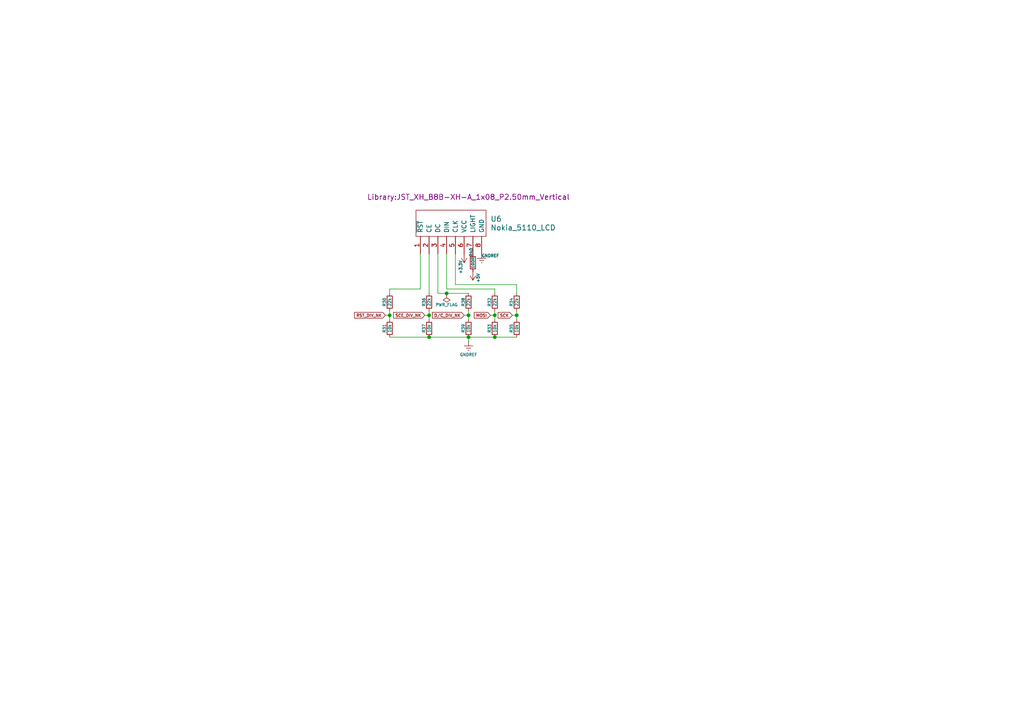
<source format=kicad_sch>
(kicad_sch
	(version 20250114)
	(generator "eeschema")
	(generator_version "9.0")
	(uuid "a89f2890-ffce-4e58-8550-da4e4c465c9b")
	(paper "A4")
	(lib_symbols
		(symbol "Library:+3.3V"
			(power)
			(pin_numbers
				(hide yes)
			)
			(pin_names
				(offset 0)
				(hide yes)
			)
			(exclude_from_sim no)
			(in_bom yes)
			(on_board yes)
			(property "Reference" "#PWR"
				(at 0 -3.81 0)
				(effects
					(font
						(size 1.27 1.27)
					)
					(hide yes)
				)
			)
			(property "Value" "+3.3V"
				(at 0 3.556 0)
				(effects
					(font
						(size 1.27 1.27)
					)
				)
			)
			(property "Footprint" ""
				(at 0 0 0)
				(effects
					(font
						(size 1.27 1.27)
					)
					(hide yes)
				)
			)
			(property "Datasheet" ""
				(at 0 0 0)
				(effects
					(font
						(size 1.27 1.27)
					)
					(hide yes)
				)
			)
			(property "Description" "Power symbol creates a global label with name \"+3.3V\""
				(at 0 0 0)
				(effects
					(font
						(size 1.27 1.27)
					)
					(hide yes)
				)
			)
			(property "ki_keywords" "global power"
				(at 0 0 0)
				(effects
					(font
						(size 1.27 1.27)
					)
					(hide yes)
				)
			)
			(symbol "+3.3V_0_1"
				(polyline
					(pts
						(xy -0.762 1.27) (xy 0 2.54)
					)
					(stroke
						(width 0)
						(type default)
					)
					(fill
						(type none)
					)
				)
				(polyline
					(pts
						(xy 0 2.54) (xy 0.762 1.27)
					)
					(stroke
						(width 0)
						(type default)
					)
					(fill
						(type none)
					)
				)
				(polyline
					(pts
						(xy 0 0) (xy 0 2.54)
					)
					(stroke
						(width 0)
						(type default)
					)
					(fill
						(type none)
					)
				)
			)
			(symbol "+3.3V_1_1"
				(pin power_in line
					(at 0 0 90)
					(length 0)
					(name "~"
						(effects
							(font
								(size 1.27 1.27)
							)
						)
					)
					(number "1"
						(effects
							(font
								(size 1.27 1.27)
							)
						)
					)
				)
			)
			(embedded_fonts no)
		)
		(symbol "Library:+5V"
			(power)
			(pin_numbers
				(hide yes)
			)
			(pin_names
				(offset 0)
				(hide yes)
			)
			(exclude_from_sim no)
			(in_bom yes)
			(on_board yes)
			(property "Reference" "#PWR"
				(at 0 -3.81 0)
				(effects
					(font
						(size 1.27 1.27)
					)
					(hide yes)
				)
			)
			(property "Value" "+5V"
				(at 0 3.556 0)
				(effects
					(font
						(size 1.27 1.27)
					)
				)
			)
			(property "Footprint" ""
				(at 0 0 0)
				(effects
					(font
						(size 1.27 1.27)
					)
					(hide yes)
				)
			)
			(property "Datasheet" ""
				(at 0 0 0)
				(effects
					(font
						(size 1.27 1.27)
					)
					(hide yes)
				)
			)
			(property "Description" "Power symbol creates a global label with name \"+5V\""
				(at 0 0 0)
				(effects
					(font
						(size 1.27 1.27)
					)
					(hide yes)
				)
			)
			(property "ki_keywords" "global power"
				(at 0 0 0)
				(effects
					(font
						(size 1.27 1.27)
					)
					(hide yes)
				)
			)
			(symbol "+5V_0_1"
				(polyline
					(pts
						(xy -0.762 1.27) (xy 0 2.54)
					)
					(stroke
						(width 0)
						(type default)
					)
					(fill
						(type none)
					)
				)
				(polyline
					(pts
						(xy 0 2.54) (xy 0.762 1.27)
					)
					(stroke
						(width 0)
						(type default)
					)
					(fill
						(type none)
					)
				)
				(polyline
					(pts
						(xy 0 0) (xy 0 2.54)
					)
					(stroke
						(width 0)
						(type default)
					)
					(fill
						(type none)
					)
				)
			)
			(symbol "+5V_1_1"
				(pin power_in line
					(at 0 0 90)
					(length 0)
					(name "~"
						(effects
							(font
								(size 1.27 1.27)
							)
						)
					)
					(number "1"
						(effects
							(font
								(size 1.27 1.27)
							)
						)
					)
				)
			)
			(embedded_fonts no)
		)
		(symbol "Library:GNDREF"
			(power)
			(pin_numbers
				(hide yes)
			)
			(pin_names
				(offset 0)
				(hide yes)
			)
			(exclude_from_sim no)
			(in_bom yes)
			(on_board yes)
			(property "Reference" "#PWR"
				(at 0 -6.35 0)
				(effects
					(font
						(size 1.27 1.27)
					)
					(hide yes)
				)
			)
			(property "Value" "GNDREF"
				(at 0 -3.81 0)
				(effects
					(font
						(size 1.27 1.27)
					)
				)
			)
			(property "Footprint" ""
				(at 0 0 0)
				(effects
					(font
						(size 1.27 1.27)
					)
					(hide yes)
				)
			)
			(property "Datasheet" ""
				(at 0 0 0)
				(effects
					(font
						(size 1.27 1.27)
					)
					(hide yes)
				)
			)
			(property "Description" "Power symbol creates a global label with name \"GNDREF\" , reference supply ground"
				(at 0 0 0)
				(effects
					(font
						(size 1.27 1.27)
					)
					(hide yes)
				)
			)
			(property "ki_keywords" "global power"
				(at 0 0 0)
				(effects
					(font
						(size 1.27 1.27)
					)
					(hide yes)
				)
			)
			(symbol "GNDREF_0_1"
				(polyline
					(pts
						(xy -0.635 -1.905) (xy 0.635 -1.905)
					)
					(stroke
						(width 0)
						(type default)
					)
					(fill
						(type none)
					)
				)
				(polyline
					(pts
						(xy -0.127 -2.54) (xy 0.127 -2.54)
					)
					(stroke
						(width 0)
						(type default)
					)
					(fill
						(type none)
					)
				)
				(polyline
					(pts
						(xy 0 -1.27) (xy 0 0)
					)
					(stroke
						(width 0)
						(type default)
					)
					(fill
						(type none)
					)
				)
				(polyline
					(pts
						(xy 1.27 -1.27) (xy -1.27 -1.27)
					)
					(stroke
						(width 0)
						(type default)
					)
					(fill
						(type none)
					)
				)
			)
			(symbol "GNDREF_1_1"
				(pin power_in line
					(at 0 0 270)
					(length 0)
					(name "~"
						(effects
							(font
								(size 1.27 1.27)
							)
						)
					)
					(number "1"
						(effects
							(font
								(size 1.27 1.27)
							)
						)
					)
				)
			)
			(embedded_fonts no)
		)
		(symbol "Library:Nokia_5110_LCD"
			(pin_names
				(offset 1.016)
			)
			(exclude_from_sim no)
			(in_bom yes)
			(on_board yes)
			(property "Reference" "U"
				(at -14.732 -2.54 0)
				(effects
					(font
						(size 1.524 1.524)
					)
				)
			)
			(property "Value" "Nokia_5110_LCD"
				(at -2.54 -2.286 0)
				(effects
					(font
						(size 1.524 1.524)
					)
				)
			)
			(property "Footprint" ""
				(at 0 0 0)
				(effects
					(font
						(size 1.524 1.524)
					)
				)
			)
			(property "Datasheet" ""
				(at 0 0 0)
				(effects
					(font
						(size 1.524 1.524)
					)
				)
			)
			(property "Description" ""
				(at 0 0 0)
				(effects
					(font
						(size 1.27 1.27)
					)
					(hide yes)
				)
			)
			(symbol "Nokia_5110_LCD_0_1"
				(rectangle
					(start -15.24 -3.81)
					(end 5.08 -11.43)
					(stroke
						(width 0)
						(type solid)
					)
					(fill
						(type none)
					)
				)
			)
			(symbol "Nokia_5110_LCD_1_1"
				(pin passive line
					(at -13.97 -16.51 90)
					(length 5.08)
					(name "~{RST}"
						(effects
							(font
								(size 1.27 1.27)
							)
						)
					)
					(number "1"
						(effects
							(font
								(size 1.27 1.27)
							)
						)
					)
				)
				(pin passive line
					(at -11.43 -16.51 90)
					(length 5.08)
					(name "CE"
						(effects
							(font
								(size 1.27 1.27)
							)
						)
					)
					(number "2"
						(effects
							(font
								(size 1.27 1.27)
							)
						)
					)
				)
				(pin power_in line
					(at -8.89 -16.51 90)
					(length 5.08)
					(name "DC"
						(effects
							(font
								(size 1.27 1.27)
							)
						)
					)
					(number "3"
						(effects
							(font
								(size 1.27 1.27)
							)
						)
					)
				)
				(pin passive line
					(at -6.35 -16.51 90)
					(length 5.08)
					(name "DIN"
						(effects
							(font
								(size 1.27 1.27)
							)
						)
					)
					(number "4"
						(effects
							(font
								(size 1.27 1.27)
							)
						)
					)
				)
				(pin passive line
					(at -3.81 -16.51 90)
					(length 5.08)
					(name "CLK"
						(effects
							(font
								(size 1.27 1.27)
							)
						)
					)
					(number "5"
						(effects
							(font
								(size 1.27 1.27)
							)
						)
					)
				)
				(pin passive line
					(at -1.27 -16.51 90)
					(length 5.08)
					(name "VCC"
						(effects
							(font
								(size 1.27 1.27)
							)
						)
					)
					(number "6"
						(effects
							(font
								(size 1.27 1.27)
							)
						)
					)
				)
				(pin passive line
					(at 1.27 -16.51 90)
					(length 5.08)
					(name "LIGHT"
						(effects
							(font
								(size 1.27 1.27)
							)
						)
					)
					(number "7"
						(effects
							(font
								(size 1.27 1.27)
							)
						)
					)
				)
				(pin power_in line
					(at 3.81 -16.51 90)
					(length 5.08)
					(name "GND"
						(effects
							(font
								(size 1.27 1.27)
							)
						)
					)
					(number "8"
						(effects
							(font
								(size 1.27 1.27)
							)
						)
					)
				)
			)
			(embedded_fonts no)
		)
		(symbol "Library:PWR_FLAG"
			(power)
			(pin_numbers
				(hide yes)
			)
			(pin_names
				(offset 0)
				(hide yes)
			)
			(exclude_from_sim no)
			(in_bom yes)
			(on_board yes)
			(property "Reference" "#FLG"
				(at 0 1.905 0)
				(effects
					(font
						(size 1.27 1.27)
					)
					(hide yes)
				)
			)
			(property "Value" "PWR_FLAG"
				(at 0 3.81 0)
				(effects
					(font
						(size 1.27 1.27)
					)
				)
			)
			(property "Footprint" ""
				(at 0 0 0)
				(effects
					(font
						(size 1.27 1.27)
					)
					(hide yes)
				)
			)
			(property "Datasheet" "~"
				(at 0 0 0)
				(effects
					(font
						(size 1.27 1.27)
					)
					(hide yes)
				)
			)
			(property "Description" "Special symbol for telling ERC where power comes from"
				(at 0 0 0)
				(effects
					(font
						(size 1.27 1.27)
					)
					(hide yes)
				)
			)
			(property "ki_keywords" "flag power"
				(at 0 0 0)
				(effects
					(font
						(size 1.27 1.27)
					)
					(hide yes)
				)
			)
			(symbol "PWR_FLAG_0_0"
				(pin power_out line
					(at 0 0 90)
					(length 0)
					(name "~"
						(effects
							(font
								(size 1.27 1.27)
							)
						)
					)
					(number "1"
						(effects
							(font
								(size 1.27 1.27)
							)
						)
					)
				)
			)
			(symbol "PWR_FLAG_0_1"
				(polyline
					(pts
						(xy 0 0) (xy 0 1.27) (xy -1.016 1.905) (xy 0 2.54) (xy 1.016 1.905) (xy 0 1.27)
					)
					(stroke
						(width 0)
						(type default)
					)
					(fill
						(type none)
					)
				)
			)
			(embedded_fonts no)
		)
		(symbol "Library:R_Small"
			(pin_numbers
				(hide yes)
			)
			(pin_names
				(offset 0.254)
				(hide yes)
			)
			(exclude_from_sim no)
			(in_bom yes)
			(on_board yes)
			(property "Reference" "R"
				(at 0 0 90)
				(effects
					(font
						(size 1.016 1.016)
					)
				)
			)
			(property "Value" "R_Small"
				(at 1.778 0 90)
				(effects
					(font
						(size 1.27 1.27)
					)
				)
			)
			(property "Footprint" ""
				(at 0 0 0)
				(effects
					(font
						(size 1.27 1.27)
					)
					(hide yes)
				)
			)
			(property "Datasheet" "~"
				(at 0 0 0)
				(effects
					(font
						(size 1.27 1.27)
					)
					(hide yes)
				)
			)
			(property "Description" "Resistor, small symbol"
				(at 0 0 0)
				(effects
					(font
						(size 1.27 1.27)
					)
					(hide yes)
				)
			)
			(property "ki_keywords" "R resistor"
				(at 0 0 0)
				(effects
					(font
						(size 1.27 1.27)
					)
					(hide yes)
				)
			)
			(property "ki_fp_filters" "R_*"
				(at 0 0 0)
				(effects
					(font
						(size 1.27 1.27)
					)
					(hide yes)
				)
			)
			(symbol "R_Small_0_1"
				(rectangle
					(start -0.762 1.778)
					(end 0.762 -1.778)
					(stroke
						(width 0.2032)
						(type default)
					)
					(fill
						(type none)
					)
				)
			)
			(symbol "R_Small_1_1"
				(pin passive line
					(at 0 2.54 270)
					(length 0.762)
					(name "~"
						(effects
							(font
								(size 1.27 1.27)
							)
						)
					)
					(number "1"
						(effects
							(font
								(size 1.27 1.27)
							)
						)
					)
				)
				(pin passive line
					(at 0 -2.54 90)
					(length 0.762)
					(name "~"
						(effects
							(font
								(size 1.27 1.27)
							)
						)
					)
					(number "2"
						(effects
							(font
								(size 1.27 1.27)
							)
						)
					)
				)
			)
			(embedded_fonts no)
		)
	)
	(junction
		(at 124.46 97.79)
		(diameter 0)
		(color 0 0 0 0)
		(uuid "03a6af16-e3ac-4ef2-b77b-64c289757182")
	)
	(junction
		(at 143.51 97.79)
		(diameter 0)
		(color 0 0 0 0)
		(uuid "1537215b-dfb7-4237-b13d-261d98f8e98b")
	)
	(junction
		(at 124.46 91.44)
		(diameter 0)
		(color 0 0 0 0)
		(uuid "35634a02-85c1-4fb4-a6e7-69cd76b42c89")
	)
	(junction
		(at 135.89 97.79)
		(diameter 0)
		(color 0 0 0 0)
		(uuid "54bf70d9-ee58-48d7-8baf-61a67f7ddeac")
	)
	(junction
		(at 129.54 85.09)
		(diameter 0)
		(color 0 0 0 0)
		(uuid "81d705db-8ada-42b6-b047-892a996ed2db")
	)
	(junction
		(at 143.51 91.44)
		(diameter 0)
		(color 0 0 0 0)
		(uuid "a2268ee7-ae39-4445-b895-382f7e8a5348")
	)
	(junction
		(at 113.03 91.44)
		(diameter 0)
		(color 0 0 0 0)
		(uuid "ded7f7ed-7a19-4786-8b8c-2c16e3a95bfc")
	)
	(junction
		(at 135.89 91.44)
		(diameter 0)
		(color 0 0 0 0)
		(uuid "e097ebb6-0817-42f5-973a-e94da7cc4532")
	)
	(junction
		(at 149.86 91.44)
		(diameter 0)
		(color 0 0 0 0)
		(uuid "e6dd60b9-d1d2-4ebc-8b2c-8f7dae26f5b5")
	)
	(wire
		(pts
			(xy 149.86 90.17) (xy 149.86 91.44)
		)
		(stroke
			(width 0)
			(type default)
		)
		(uuid "077293bb-b408-4abf-9d8a-01902395e641")
	)
	(wire
		(pts
			(xy 113.03 83.82) (xy 113.03 85.09)
		)
		(stroke
			(width 0)
			(type default)
		)
		(uuid "094e8e86-4b76-4743-940d-ca9e6aed15ca")
	)
	(wire
		(pts
			(xy 143.51 85.09) (xy 143.51 83.82)
		)
		(stroke
			(width 0)
			(type default)
		)
		(uuid "0deb1220-0844-47c9-ab5d-dedb013df865")
	)
	(wire
		(pts
			(xy 124.46 97.79) (xy 135.89 97.79)
		)
		(stroke
			(width 0)
			(type default)
		)
		(uuid "1d8415ea-cfb6-4761-8944-929c055cf7fc")
	)
	(wire
		(pts
			(xy 129.54 83.82) (xy 129.54 73.66)
		)
		(stroke
			(width 0)
			(type default)
		)
		(uuid "1efcf8eb-e913-43da-85ce-c0ac6b44a619")
	)
	(wire
		(pts
			(xy 124.46 91.44) (xy 124.46 92.71)
		)
		(stroke
			(width 0)
			(type default)
		)
		(uuid "25f5104b-7087-4302-8ca7-1d65ac6e2129")
	)
	(wire
		(pts
			(xy 124.46 73.66) (xy 124.46 85.09)
		)
		(stroke
			(width 0)
			(type default)
		)
		(uuid "2afabf69-0694-4797-965f-d079ca06bcb5")
	)
	(wire
		(pts
			(xy 142.24 91.44) (xy 143.51 91.44)
		)
		(stroke
			(width 0)
			(type default)
		)
		(uuid "36143dce-4c68-4dd6-909d-4dadb496273b")
	)
	(wire
		(pts
			(xy 113.03 90.17) (xy 113.03 91.44)
		)
		(stroke
			(width 0)
			(type default)
		)
		(uuid "3c26f514-f407-475b-ad74-2aaf5726ab00")
	)
	(wire
		(pts
			(xy 113.03 91.44) (xy 113.03 92.71)
		)
		(stroke
			(width 0)
			(type default)
		)
		(uuid "437c3f27-4eb3-45b6-abea-191b58b8a749")
	)
	(wire
		(pts
			(xy 135.89 97.79) (xy 143.51 97.79)
		)
		(stroke
			(width 0)
			(type default)
		)
		(uuid "49ffd844-db62-4ab5-8f62-4018034ae8a3")
	)
	(wire
		(pts
			(xy 121.92 83.82) (xy 121.92 73.66)
		)
		(stroke
			(width 0)
			(type default)
		)
		(uuid "4f328ff9-cc59-491e-b6db-fee4dd2e5d2e")
	)
	(wire
		(pts
			(xy 113.03 83.82) (xy 121.92 83.82)
		)
		(stroke
			(width 0)
			(type default)
		)
		(uuid "52ad9721-9f4c-417d-a84c-da1404cda93d")
	)
	(wire
		(pts
			(xy 143.51 90.17) (xy 143.51 91.44)
		)
		(stroke
			(width 0)
			(type default)
		)
		(uuid "66c6b011-3051-4b83-b524-eec3a1a09183")
	)
	(wire
		(pts
			(xy 149.86 91.44) (xy 149.86 92.71)
		)
		(stroke
			(width 0)
			(type default)
		)
		(uuid "70251b3f-b0f4-4f63-a896-ce6ec8e30d3a")
	)
	(wire
		(pts
			(xy 123.19 91.44) (xy 124.46 91.44)
		)
		(stroke
			(width 0)
			(type default)
		)
		(uuid "713c7460-91a7-446f-87a5-a19b106505aa")
	)
	(wire
		(pts
			(xy 143.51 91.44) (xy 143.51 92.71)
		)
		(stroke
			(width 0)
			(type default)
		)
		(uuid "7293b0a1-6819-4438-a78b-c01a60a64995")
	)
	(wire
		(pts
			(xy 135.89 99.06) (xy 135.89 97.79)
		)
		(stroke
			(width 0)
			(type default)
		)
		(uuid "75cf7fae-6397-48ba-b279-ac1f7cd2e3ab")
	)
	(wire
		(pts
			(xy 148.59 91.44) (xy 149.86 91.44)
		)
		(stroke
			(width 0)
			(type default)
		)
		(uuid "80cf5a6b-550c-424c-ae8f-9f6428a679e7")
	)
	(wire
		(pts
			(xy 149.86 85.09) (xy 149.86 82.55)
		)
		(stroke
			(width 0)
			(type default)
		)
		(uuid "8d410d97-641f-4e13-9d68-6801974e05ef")
	)
	(wire
		(pts
			(xy 113.03 97.79) (xy 124.46 97.79)
		)
		(stroke
			(width 0)
			(type default)
		)
		(uuid "958ad74f-ee03-46f5-8d5a-fdbf3cf1314e")
	)
	(wire
		(pts
			(xy 134.62 91.44) (xy 135.89 91.44)
		)
		(stroke
			(width 0)
			(type default)
		)
		(uuid "a04568fd-d0f6-4afe-bd69-9f6bc51e4ec0")
	)
	(wire
		(pts
			(xy 135.89 91.44) (xy 135.89 92.71)
		)
		(stroke
			(width 0)
			(type default)
		)
		(uuid "a34b0965-c919-48a8-ba01-9279cd726eb8")
	)
	(wire
		(pts
			(xy 124.46 90.17) (xy 124.46 91.44)
		)
		(stroke
			(width 0)
			(type default)
		)
		(uuid "aa79c3f3-2c1e-42d0-9a25-5fc2d8007120")
	)
	(wire
		(pts
			(xy 135.89 90.17) (xy 135.89 91.44)
		)
		(stroke
			(width 0)
			(type default)
		)
		(uuid "af989cce-f728-47a1-816d-c525fc22d959")
	)
	(wire
		(pts
			(xy 111.76 91.44) (xy 113.03 91.44)
		)
		(stroke
			(width 0)
			(type default)
		)
		(uuid "cc28f21d-7e73-47d6-9dfa-415937c76fe8")
	)
	(wire
		(pts
			(xy 135.89 85.09) (xy 129.54 85.09)
		)
		(stroke
			(width 0)
			(type default)
		)
		(uuid "d2fc2dc0-13a1-42aa-91fd-98b0616c7e6d")
	)
	(wire
		(pts
			(xy 143.51 97.79) (xy 149.86 97.79)
		)
		(stroke
			(width 0)
			(type default)
		)
		(uuid "d9f4b100-3d8f-4f71-9992-aaab959f6109")
	)
	(wire
		(pts
			(xy 129.54 85.09) (xy 127 85.09)
		)
		(stroke
			(width 0)
			(type default)
		)
		(uuid "e8923e3e-4740-4c0a-a55e-cc0cf25055ea")
	)
	(wire
		(pts
			(xy 132.08 82.55) (xy 132.08 73.66)
		)
		(stroke
			(width 0)
			(type default)
		)
		(uuid "eb476e10-9016-4710-be92-43a650efa92f")
	)
	(wire
		(pts
			(xy 127 85.09) (xy 127 73.66)
		)
		(stroke
			(width 0)
			(type default)
		)
		(uuid "ede5de8b-c948-4c0a-bfeb-8d84c4284dd1")
	)
	(wire
		(pts
			(xy 143.51 83.82) (xy 129.54 83.82)
		)
		(stroke
			(width 0)
			(type default)
		)
		(uuid "f5599ab7-97e8-4309-9c88-1d811662692d")
	)
	(wire
		(pts
			(xy 149.86 82.55) (xy 132.08 82.55)
		)
		(stroke
			(width 0)
			(type default)
		)
		(uuid "f8eec7c0-f4a9-4dee-b171-703e09c44424")
	)
	(global_label "RST_DIV_NK"
		(shape input)
		(at 111.76 91.44 180)
		(fields_autoplaced yes)
		(effects
			(font
				(size 0.85 0.85)
			)
			(justify right)
		)
		(uuid "06a8284a-680a-4d5b-a7ce-f1c2b61b5ee3")
		(property "Intersheetrefs" "${INTERSHEET_REFS}"
			(at 102.4356 91.44 0)
			(effects
				(font
					(size 1.27 1.27)
				)
				(justify right)
				(hide yes)
			)
		)
	)
	(global_label "MOSI"
		(shape input)
		(at 142.24 91.44 180)
		(fields_autoplaced yes)
		(effects
			(font
				(size 0.85 0.85)
			)
			(justify right)
		)
		(uuid "c37e21ef-f455-46ff-b99d-8706cc9d9beb")
		(property "Intersheetrefs" "${INTERSHEET_REFS}"
			(at 137.1656 91.44 0)
			(effects
				(font
					(size 1.27 1.27)
				)
				(justify right)
				(hide yes)
			)
		)
	)
	(global_label "D{slash}C_DIV_NK"
		(shape input)
		(at 134.62 91.44 180)
		(fields_autoplaced yes)
		(effects
			(font
				(size 0.85 0.85)
			)
			(justify right)
		)
		(uuid "c7b46bcb-a922-4cd2-80cd-85e8ab20cc88")
		(property "Intersheetrefs" "${INTERSHEET_REFS}"
			(at 125.0122 91.44 0)
			(effects
				(font
					(size 1.27 1.27)
				)
				(justify right)
				(hide yes)
			)
		)
	)
	(global_label "SCK"
		(shape input)
		(at 148.59 91.44 180)
		(fields_autoplaced yes)
		(effects
			(font
				(size 0.85 0.85)
			)
			(justify right)
		)
		(uuid "ce2f5ce6-f6d0-47b0-afe3-45374750aea5")
		(property "Intersheetrefs" "${INTERSHEET_REFS}"
			(at 144.0823 91.44 0)
			(effects
				(font
					(size 1.27 1.27)
				)
				(justify right)
				(hide yes)
			)
		)
	)
	(global_label "SCE_DIV_NK"
		(shape input)
		(at 123.19 91.44 180)
		(fields_autoplaced yes)
		(effects
			(font
				(size 0.85 0.85)
			)
			(justify right)
		)
		(uuid "fc378bf5-56bd-4af8-ad40-1406ce0239de")
		(property "Intersheetrefs" "${INTERSHEET_REFS}"
			(at 113.7442 91.44 0)
			(effects
				(font
					(size 1.27 1.27)
				)
				(justify right)
				(hide yes)
			)
		)
	)
	(symbol
		(lib_id "Library:R_Small")
		(at 143.51 95.25 0)
		(unit 1)
		(exclude_from_sim no)
		(in_bom yes)
		(on_board yes)
		(dnp no)
		(uuid "049faba7-ade5-4ba4-a3be-e435e093f214")
		(property "Reference" "R33"
			(at 141.986 95.25 90)
			(effects
				(font
					(size 0.85 0.85)
				)
			)
		)
		(property "Value" "10k"
			(at 143.51 95.25 90)
			(effects
				(font
					(size 0.85 0.85)
				)
			)
		)
		(property "Footprint" "Library:R_0805_2012Metric"
			(at 143.51 95.25 0)
			(effects
				(font
					(size 0.85 0.85)
				)
				(hide yes)
			)
		)
		(property "Datasheet" "~"
			(at 143.51 95.25 0)
			(effects
				(font
					(size 0.85 0.85)
				)
				(hide yes)
			)
		)
		(property "Description" "Resistor, small symbol"
			(at 143.51 95.25 0)
			(effects
				(font
					(size 0.85 0.85)
				)
				(hide yes)
			)
		)
		(pin "1"
			(uuid "dd46c696-c659-4907-8271-e7ec461de229")
		)
		(pin "2"
			(uuid "8e56a4e2-b267-4dc0-a0b4-8dcae12471fd")
		)
		(instances
			(project "MoistureDatalogger"
				(path "/2465b45a-61bf-4bb8-9f23-f35ab1c53bad/8cf3207f-b615-40a7-a7bf-1ce47fdef8ef"
					(reference "R33")
					(unit 1)
				)
			)
		)
	)
	(symbol
		(lib_id "Library:R_Small")
		(at 149.86 87.63 0)
		(unit 1)
		(exclude_from_sim no)
		(in_bom yes)
		(on_board yes)
		(dnp no)
		(uuid "0c4b8860-fdb5-45b6-8503-aa54de444466")
		(property "Reference" "R34"
			(at 148.336 87.63 90)
			(effects
				(font
					(size 0.85 0.85)
				)
			)
		)
		(property "Value" "22k"
			(at 149.86 87.63 90)
			(effects
				(font
					(size 0.85 0.85)
				)
			)
		)
		(property "Footprint" "Library:R_0805_2012Metric"
			(at 149.86 87.63 0)
			(effects
				(font
					(size 0.85 0.85)
				)
				(hide yes)
			)
		)
		(property "Datasheet" "~"
			(at 149.86 87.63 0)
			(effects
				(font
					(size 0.85 0.85)
				)
				(hide yes)
			)
		)
		(property "Description" "Resistor, small symbol"
			(at 149.86 87.63 0)
			(effects
				(font
					(size 0.85 0.85)
				)
				(hide yes)
			)
		)
		(pin "1"
			(uuid "3824b13f-e5c9-44fb-b8fa-3c40d479891a")
		)
		(pin "2"
			(uuid "1dc6a52f-e1c1-4ecd-bbc8-f164c41c9d93")
		)
		(instances
			(project "MoistureDatalogger"
				(path "/2465b45a-61bf-4bb8-9f23-f35ab1c53bad/8cf3207f-b615-40a7-a7bf-1ce47fdef8ef"
					(reference "R34")
					(unit 1)
				)
			)
		)
	)
	(symbol
		(lib_id "Library:R_Small")
		(at 124.46 95.25 0)
		(unit 1)
		(exclude_from_sim no)
		(in_bom yes)
		(on_board yes)
		(dnp no)
		(uuid "56981edd-fd8a-4d17-b41a-1b857d71b84e")
		(property "Reference" "R37"
			(at 122.936 95.25 90)
			(effects
				(font
					(size 0.85 0.85)
				)
			)
		)
		(property "Value" "10k"
			(at 124.46 95.25 90)
			(effects
				(font
					(size 0.85 0.85)
				)
			)
		)
		(property "Footprint" "Library:R_0805_2012Metric"
			(at 124.46 95.25 0)
			(effects
				(font
					(size 0.85 0.85)
				)
				(hide yes)
			)
		)
		(property "Datasheet" "~"
			(at 124.46 95.25 0)
			(effects
				(font
					(size 0.85 0.85)
				)
				(hide yes)
			)
		)
		(property "Description" "Resistor, small symbol"
			(at 124.46 95.25 0)
			(effects
				(font
					(size 0.85 0.85)
				)
				(hide yes)
			)
		)
		(pin "1"
			(uuid "d3ce333d-57b2-4b45-adde-ee9688519228")
		)
		(pin "2"
			(uuid "3cc82922-a0ef-425c-86d1-5974484210c6")
		)
		(instances
			(project "MoistureDatalogger"
				(path "/2465b45a-61bf-4bb8-9f23-f35ab1c53bad/8cf3207f-b615-40a7-a7bf-1ce47fdef8ef"
					(reference "R37")
					(unit 1)
				)
			)
		)
	)
	(symbol
		(lib_id "Library:R_Small")
		(at 143.51 87.63 0)
		(unit 1)
		(exclude_from_sim no)
		(in_bom yes)
		(on_board yes)
		(dnp no)
		(uuid "5736eec3-4c97-4578-8321-88db8f3fc763")
		(property "Reference" "R32"
			(at 141.986 87.63 90)
			(effects
				(font
					(size 0.85 0.85)
				)
			)
		)
		(property "Value" "22k"
			(at 143.51 87.63 90)
			(effects
				(font
					(size 0.85 0.85)
				)
			)
		)
		(property "Footprint" "Library:R_0805_2012Metric"
			(at 143.51 87.63 0)
			(effects
				(font
					(size 0.85 0.85)
				)
				(hide yes)
			)
		)
		(property "Datasheet" "~"
			(at 143.51 87.63 0)
			(effects
				(font
					(size 0.85 0.85)
				)
				(hide yes)
			)
		)
		(property "Description" "Resistor, small symbol"
			(at 143.51 87.63 0)
			(effects
				(font
					(size 0.85 0.85)
				)
				(hide yes)
			)
		)
		(pin "1"
			(uuid "fbd6f07d-dffc-4a5d-a61d-a408ad5dd0ea")
		)
		(pin "2"
			(uuid "6c6ed414-76ab-46a7-9eaf-45d981f9535d")
		)
		(instances
			(project "MoistureDatalogger"
				(path "/2465b45a-61bf-4bb8-9f23-f35ab1c53bad/8cf3207f-b615-40a7-a7bf-1ce47fdef8ef"
					(reference "R32")
					(unit 1)
				)
			)
		)
	)
	(symbol
		(lib_id "Library:R_Small")
		(at 113.03 95.25 0)
		(unit 1)
		(exclude_from_sim no)
		(in_bom yes)
		(on_board yes)
		(dnp no)
		(uuid "58498704-7683-4434-8820-b96ad47eeb71")
		(property "Reference" "R31"
			(at 111.506 95.25 90)
			(effects
				(font
					(size 0.85 0.85)
				)
			)
		)
		(property "Value" "10k"
			(at 113.03 95.25 90)
			(effects
				(font
					(size 0.85 0.85)
				)
			)
		)
		(property "Footprint" "Library:R_0805_2012Metric"
			(at 113.03 95.25 0)
			(effects
				(font
					(size 0.85 0.85)
				)
				(hide yes)
			)
		)
		(property "Datasheet" "~"
			(at 113.03 95.25 0)
			(effects
				(font
					(size 0.85 0.85)
				)
				(hide yes)
			)
		)
		(property "Description" "Resistor, small symbol"
			(at 113.03 95.25 0)
			(effects
				(font
					(size 0.85 0.85)
				)
				(hide yes)
			)
		)
		(pin "1"
			(uuid "54e3c527-3e4c-440e-8d33-b3c3e85f5c9c")
		)
		(pin "2"
			(uuid "5e9d2d99-ca30-4b54-bc06-65164461d6f8")
		)
		(instances
			(project "MoistureDatalogger"
				(path "/2465b45a-61bf-4bb8-9f23-f35ab1c53bad/8cf3207f-b615-40a7-a7bf-1ce47fdef8ef"
					(reference "R31")
					(unit 1)
				)
			)
		)
	)
	(symbol
		(lib_id "Library:GNDREF")
		(at 139.7 73.66 0)
		(unit 1)
		(exclude_from_sim no)
		(in_bom yes)
		(on_board yes)
		(dnp no)
		(uuid "5a455d89-472c-4335-bdea-0791e8d6b365")
		(property "Reference" "#PWR092"
			(at 139.7 80.01 0)
			(effects
				(font
					(size 0.85 0.85)
				)
				(hide yes)
			)
		)
		(property "Value" "GNDREF"
			(at 142.24 74.168 0)
			(effects
				(font
					(size 0.85 0.85)
				)
			)
		)
		(property "Footprint" ""
			(at 139.7 73.66 0)
			(effects
				(font
					(size 0.85 0.85)
				)
				(hide yes)
			)
		)
		(property "Datasheet" ""
			(at 139.7 73.66 0)
			(effects
				(font
					(size 0.85 0.85)
				)
				(hide yes)
			)
		)
		(property "Description" "Power symbol creates a global label with name \"GNDREF\" , reference supply ground"
			(at 139.7 73.66 0)
			(effects
				(font
					(size 0.85 0.85)
				)
				(hide yes)
			)
		)
		(pin "1"
			(uuid "d70eccbf-fbf6-43d4-80b5-5c0b4221feca")
		)
		(instances
			(project "MoistureDatalogger"
				(path "/2465b45a-61bf-4bb8-9f23-f35ab1c53bad/8cf3207f-b615-40a7-a7bf-1ce47fdef8ef"
					(reference "#PWR092")
					(unit 1)
				)
			)
		)
	)
	(symbol
		(lib_id "Library:R_Small")
		(at 135.89 87.63 0)
		(unit 1)
		(exclude_from_sim no)
		(in_bom yes)
		(on_board yes)
		(dnp no)
		(uuid "6cbf1260-62e2-4f99-aaf8-d7a1d07b06f8")
		(property "Reference" "R38"
			(at 134.366 87.63 90)
			(effects
				(font
					(size 0.85 0.85)
				)
			)
		)
		(property "Value" "22k"
			(at 135.89 87.63 90)
			(effects
				(font
					(size 0.85 0.85)
				)
			)
		)
		(property "Footprint" "Library:R_0805_2012Metric"
			(at 135.89 87.63 0)
			(effects
				(font
					(size 0.85 0.85)
				)
				(hide yes)
			)
		)
		(property "Datasheet" "~"
			(at 135.89 87.63 0)
			(effects
				(font
					(size 0.85 0.85)
				)
				(hide yes)
			)
		)
		(property "Description" "Resistor, small symbol"
			(at 135.89 87.63 0)
			(effects
				(font
					(size 0.85 0.85)
				)
				(hide yes)
			)
		)
		(pin "1"
			(uuid "9ef0252a-448e-48ce-9f53-a9485ebffc0d")
		)
		(pin "2"
			(uuid "b9001063-e390-4b2d-aba4-ee4ce4f7768f")
		)
		(instances
			(project "MoistureDatalogger"
				(path "/2465b45a-61bf-4bb8-9f23-f35ab1c53bad/8cf3207f-b615-40a7-a7bf-1ce47fdef8ef"
					(reference "R38")
					(unit 1)
				)
			)
		)
	)
	(symbol
		(lib_id "Library:R_Small")
		(at 137.16 76.2 180)
		(unit 1)
		(exclude_from_sim no)
		(in_bom yes)
		(on_board yes)
		(dnp no)
		(uuid "7efcd76e-5717-4185-b34d-d1ad2ac9697b")
		(property "Reference" "R40"
			(at 136.652 73.152 90)
			(effects
				(font
					(size 0.85 0.85)
				)
			)
		)
		(property "Value" "100R"
			(at 137.16 76.2 90)
			(effects
				(font
					(size 0.85 0.85)
				)
			)
		)
		(property "Footprint" "Library:R_0805_2012Metric"
			(at 137.16 76.2 0)
			(effects
				(font
					(size 0.85 0.85)
				)
				(hide yes)
			)
		)
		(property "Datasheet" "~"
			(at 137.16 76.2 0)
			(effects
				(font
					(size 0.85 0.85)
				)
				(hide yes)
			)
		)
		(property "Description" "Resistor, small symbol"
			(at 137.16 76.2 0)
			(effects
				(font
					(size 0.85 0.85)
				)
				(hide yes)
			)
		)
		(pin "1"
			(uuid "a8ea19fd-da7c-4b07-810d-efbbbf88dce4")
		)
		(pin "2"
			(uuid "22348b31-5e39-4b3f-9d7c-a4d886a35324")
		)
		(instances
			(project "MoistureDatalogger"
				(path "/2465b45a-61bf-4bb8-9f23-f35ab1c53bad/8cf3207f-b615-40a7-a7bf-1ce47fdef8ef"
					(reference "R40")
					(unit 1)
				)
			)
		)
	)
	(symbol
		(lib_id "Library:R_Small")
		(at 149.86 95.25 0)
		(unit 1)
		(exclude_from_sim no)
		(in_bom yes)
		(on_board yes)
		(dnp no)
		(uuid "91d8bd7c-b944-4528-b04e-042b864db287")
		(property "Reference" "R35"
			(at 148.336 95.25 90)
			(effects
				(font
					(size 0.85 0.85)
				)
			)
		)
		(property "Value" "10k"
			(at 149.86 95.25 90)
			(effects
				(font
					(size 0.85 0.85)
				)
			)
		)
		(property "Footprint" "Library:R_0805_2012Metric"
			(at 149.86 95.25 0)
			(effects
				(font
					(size 0.85 0.85)
				)
				(hide yes)
			)
		)
		(property "Datasheet" "~"
			(at 149.86 95.25 0)
			(effects
				(font
					(size 0.85 0.85)
				)
				(hide yes)
			)
		)
		(property "Description" "Resistor, small symbol"
			(at 149.86 95.25 0)
			(effects
				(font
					(size 0.85 0.85)
				)
				(hide yes)
			)
		)
		(pin "1"
			(uuid "cd651d9a-5cf9-4716-a814-27a5f17d01ec")
		)
		(pin "2"
			(uuid "e0c827c8-5de8-47f8-96ec-b1c9b11cb088")
		)
		(instances
			(project "MoistureDatalogger"
				(path "/2465b45a-61bf-4bb8-9f23-f35ab1c53bad/8cf3207f-b615-40a7-a7bf-1ce47fdef8ef"
					(reference "R35")
					(unit 1)
				)
			)
		)
	)
	(symbol
		(lib_id "Library:+5V")
		(at 137.16 78.74 180)
		(unit 1)
		(exclude_from_sim no)
		(in_bom yes)
		(on_board yes)
		(dnp no)
		(uuid "a5f4ca88-1e67-4b0e-aedb-132bb599c666")
		(property "Reference" "#PWR095"
			(at 137.16 74.93 0)
			(effects
				(font
					(size 0.85 0.85)
				)
				(hide yes)
			)
		)
		(property "Value" "+5V"
			(at 138.684 79.248 90)
			(effects
				(font
					(size 0.85 0.85)
				)
				(justify left)
			)
		)
		(property "Footprint" ""
			(at 137.16 78.74 0)
			(effects
				(font
					(size 0.85 0.85)
				)
				(hide yes)
			)
		)
		(property "Datasheet" ""
			(at 137.16 78.74 0)
			(effects
				(font
					(size 0.85 0.85)
				)
				(hide yes)
			)
		)
		(property "Description" "Power symbol creates a global label with name \"+5V\""
			(at 137.16 78.74 0)
			(effects
				(font
					(size 0.85 0.85)
				)
				(hide yes)
			)
		)
		(pin "1"
			(uuid "6a085e77-2f76-472d-b248-5f813558e544")
		)
		(instances
			(project "MoistureDatalogger"
				(path "/2465b45a-61bf-4bb8-9f23-f35ab1c53bad/8cf3207f-b615-40a7-a7bf-1ce47fdef8ef"
					(reference "#PWR095")
					(unit 1)
				)
			)
		)
	)
	(symbol
		(lib_id "Library:R_Small")
		(at 113.03 87.63 0)
		(unit 1)
		(exclude_from_sim no)
		(in_bom yes)
		(on_board yes)
		(dnp no)
		(uuid "afa095f8-e478-47ef-8235-5bfe552f2b5e")
		(property "Reference" "R30"
			(at 111.506 87.63 90)
			(effects
				(font
					(size 0.85 0.85)
				)
			)
		)
		(property "Value" "22k"
			(at 113.03 87.63 90)
			(effects
				(font
					(size 0.85 0.85)
				)
			)
		)
		(property "Footprint" "Library:R_0805_2012Metric"
			(at 113.03 87.63 0)
			(effects
				(font
					(size 0.85 0.85)
				)
				(hide yes)
			)
		)
		(property "Datasheet" "~"
			(at 113.03 87.63 0)
			(effects
				(font
					(size 0.85 0.85)
				)
				(hide yes)
			)
		)
		(property "Description" "Resistor, small symbol"
			(at 113.03 87.63 0)
			(effects
				(font
					(size 0.85 0.85)
				)
				(hide yes)
			)
		)
		(pin "1"
			(uuid "bb4c3e32-6292-4f87-83ba-751c71a59138")
		)
		(pin "2"
			(uuid "8770b996-47b6-469f-8f3a-6b65960da151")
		)
		(instances
			(project "MoistureDatalogger"
				(path "/2465b45a-61bf-4bb8-9f23-f35ab1c53bad/8cf3207f-b615-40a7-a7bf-1ce47fdef8ef"
					(reference "R30")
					(unit 1)
				)
			)
		)
	)
	(symbol
		(lib_id "Library:+3.3V")
		(at 134.62 73.66 180)
		(unit 1)
		(exclude_from_sim no)
		(in_bom yes)
		(on_board yes)
		(dnp no)
		(uuid "b2993005-7b95-4604-8b6c-9ac98bc77192")
		(property "Reference" "#PWR093"
			(at 134.62 69.85 0)
			(effects
				(font
					(size 0.85 0.85)
				)
				(hide yes)
			)
		)
		(property "Value" "+3.3V"
			(at 133.604 77.47 90)
			(effects
				(font
					(size 0.85 0.85)
				)
			)
		)
		(property "Footprint" ""
			(at 134.62 73.66 0)
			(effects
				(font
					(size 0.85 0.85)
				)
				(hide yes)
			)
		)
		(property "Datasheet" ""
			(at 134.62 73.66 0)
			(effects
				(font
					(size 0.85 0.85)
				)
				(hide yes)
			)
		)
		(property "Description" "Power symbol creates a global label with name \"+3.3V\""
			(at 134.62 73.66 0)
			(effects
				(font
					(size 0.85 0.85)
				)
				(hide yes)
			)
		)
		(pin "1"
			(uuid "8e60f7fd-832e-48c2-8758-edddf7b71f98")
		)
		(instances
			(project "MoistureDatalogger"
				(path "/2465b45a-61bf-4bb8-9f23-f35ab1c53bad/8cf3207f-b615-40a7-a7bf-1ce47fdef8ef"
					(reference "#PWR093")
					(unit 1)
				)
			)
		)
	)
	(symbol
		(lib_id "Library:Nokia_5110_LCD")
		(at 135.89 57.15 0)
		(unit 1)
		(exclude_from_sim no)
		(in_bom yes)
		(on_board yes)
		(dnp no)
		(fields_autoplaced yes)
		(uuid "b3aeba11-f711-4746-90be-eba118531acc")
		(property "Reference" "U6"
			(at 142.24 63.4999 0)
			(effects
				(font
					(size 1.524 1.524)
				)
				(justify left)
			)
		)
		(property "Value" "Nokia_5110_LCD"
			(at 142.24 66.0399 0)
			(effects
				(font
					(size 1.524 1.524)
				)
				(justify left)
			)
		)
		(property "Footprint" "Library:JST_XH_B8B-XH-A_1x08_P2.50mm_Vertical"
			(at 135.89 57.15 0)
			(effects
				(font
					(size 1.524 1.524)
				)
			)
		)
		(property "Datasheet" ""
			(at 135.89 57.15 0)
			(effects
				(font
					(size 1.524 1.524)
				)
			)
		)
		(property "Description" ""
			(at 135.89 57.15 0)
			(effects
				(font
					(size 1.27 1.27)
				)
				(hide yes)
			)
		)
		(pin "2"
			(uuid "500aa986-3401-4dd5-9962-2410db0016bb")
		)
		(pin "8"
			(uuid "ef629593-1775-4c96-af09-4c5856cc244d")
		)
		(pin "3"
			(uuid "688d5015-bf4d-49b0-92a5-d512304fe476")
		)
		(pin "6"
			(uuid "72b9727c-7a19-4895-b93e-8c1026052de1")
		)
		(pin "5"
			(uuid "069af7fe-3e46-46dd-98d8-6b8f7648ee56")
		)
		(pin "1"
			(uuid "6c9c44d9-87a6-44c2-8e56-eaeb71e565ba")
		)
		(pin "7"
			(uuid "db9ce7b7-fa6d-4fd3-93f3-788d268f6667")
		)
		(pin "4"
			(uuid "e09a15b6-897b-4e0b-928b-b503315b8719")
		)
		(instances
			(project ""
				(path "/2465b45a-61bf-4bb8-9f23-f35ab1c53bad/8cf3207f-b615-40a7-a7bf-1ce47fdef8ef"
					(reference "U6")
					(unit 1)
				)
			)
		)
	)
	(symbol
		(lib_id "Library:R_Small")
		(at 124.46 87.63 0)
		(unit 1)
		(exclude_from_sim no)
		(in_bom yes)
		(on_board yes)
		(dnp no)
		(uuid "b966dc21-8266-474c-b6b1-28754b84e474")
		(property "Reference" "R36"
			(at 122.936 87.63 90)
			(effects
				(font
					(size 0.85 0.85)
				)
			)
		)
		(property "Value" "22k"
			(at 124.46 87.63 90)
			(effects
				(font
					(size 0.85 0.85)
				)
			)
		)
		(property "Footprint" "Library:R_0805_2012Metric"
			(at 124.46 87.63 0)
			(effects
				(font
					(size 0.85 0.85)
				)
				(hide yes)
			)
		)
		(property "Datasheet" "~"
			(at 124.46 87.63 0)
			(effects
				(font
					(size 0.85 0.85)
				)
				(hide yes)
			)
		)
		(property "Description" "Resistor, small symbol"
			(at 124.46 87.63 0)
			(effects
				(font
					(size 0.85 0.85)
				)
				(hide yes)
			)
		)
		(pin "1"
			(uuid "20a2e7ce-d964-46b4-a391-81053c8893b4")
		)
		(pin "2"
			(uuid "dbb0df8e-a857-4b77-94cf-fa9903ea1ffa")
		)
		(instances
			(project "MoistureDatalogger"
				(path "/2465b45a-61bf-4bb8-9f23-f35ab1c53bad/8cf3207f-b615-40a7-a7bf-1ce47fdef8ef"
					(reference "R36")
					(unit 1)
				)
			)
		)
	)
	(symbol
		(lib_id "Library:PWR_FLAG")
		(at 129.54 85.09 180)
		(unit 1)
		(exclude_from_sim no)
		(in_bom yes)
		(on_board yes)
		(dnp no)
		(uuid "ca8f2a06-3c23-45b5-92be-d0a932cec53c")
		(property "Reference" "#FLG04"
			(at 129.54 86.995 0)
			(effects
				(font
					(size 1.27 1.27)
				)
				(hide yes)
			)
		)
		(property "Value" "PWR_FLAG"
			(at 129.54 88.392 0)
			(effects
				(font
					(size 0.85 0.85)
				)
			)
		)
		(property "Footprint" ""
			(at 129.54 85.09 0)
			(effects
				(font
					(size 1.27 1.27)
				)
				(hide yes)
			)
		)
		(property "Datasheet" "~"
			(at 129.54 85.09 0)
			(effects
				(font
					(size 1.27 1.27)
				)
				(hide yes)
			)
		)
		(property "Description" "Special symbol for telling ERC where power comes from"
			(at 129.54 85.09 0)
			(effects
				(font
					(size 1.27 1.27)
				)
				(hide yes)
			)
		)
		(pin "1"
			(uuid "faf1a0c8-90b4-41a0-b56b-015dc1fc06b8")
		)
		(instances
			(project ""
				(path "/2465b45a-61bf-4bb8-9f23-f35ab1c53bad/8cf3207f-b615-40a7-a7bf-1ce47fdef8ef"
					(reference "#FLG04")
					(unit 1)
				)
			)
		)
	)
	(symbol
		(lib_id "Library:GNDREF")
		(at 135.89 99.06 0)
		(unit 1)
		(exclude_from_sim no)
		(in_bom yes)
		(on_board yes)
		(dnp no)
		(uuid "ed012802-76ee-4e8a-a740-ef2ed30976bb")
		(property "Reference" "#PWR091"
			(at 135.89 105.41 0)
			(effects
				(font
					(size 0.85 0.85)
				)
				(hide yes)
			)
		)
		(property "Value" "GNDREF"
			(at 135.89 102.87 0)
			(effects
				(font
					(size 0.85 0.85)
				)
			)
		)
		(property "Footprint" ""
			(at 135.89 99.06 0)
			(effects
				(font
					(size 0.85 0.85)
				)
				(hide yes)
			)
		)
		(property "Datasheet" ""
			(at 135.89 99.06 0)
			(effects
				(font
					(size 0.85 0.85)
				)
				(hide yes)
			)
		)
		(property "Description" "Power symbol creates a global label with name \"GNDREF\" , reference supply ground"
			(at 135.89 99.06 0)
			(effects
				(font
					(size 0.85 0.85)
				)
				(hide yes)
			)
		)
		(pin "1"
			(uuid "df07ddc4-82c3-476d-895d-d89b15a5f95e")
		)
		(instances
			(project "MoistureDatalogger"
				(path "/2465b45a-61bf-4bb8-9f23-f35ab1c53bad/8cf3207f-b615-40a7-a7bf-1ce47fdef8ef"
					(reference "#PWR091")
					(unit 1)
				)
			)
		)
	)
	(symbol
		(lib_id "Library:R_Small")
		(at 135.89 95.25 0)
		(unit 1)
		(exclude_from_sim no)
		(in_bom yes)
		(on_board yes)
		(dnp no)
		(uuid "f261e0cf-f3d5-47c8-b201-d9ee0d24db07")
		(property "Reference" "R39"
			(at 134.366 95.25 90)
			(effects
				(font
					(size 0.85 0.85)
				)
			)
		)
		(property "Value" "10k"
			(at 135.89 95.25 90)
			(effects
				(font
					(size 0.85 0.85)
				)
			)
		)
		(property "Footprint" "Library:R_0805_2012Metric"
			(at 135.89 95.25 0)
			(effects
				(font
					(size 0.85 0.85)
				)
				(hide yes)
			)
		)
		(property "Datasheet" "~"
			(at 135.89 95.25 0)
			(effects
				(font
					(size 0.85 0.85)
				)
				(hide yes)
			)
		)
		(property "Description" "Resistor, small symbol"
			(at 135.89 95.25 0)
			(effects
				(font
					(size 0.85 0.85)
				)
				(hide yes)
			)
		)
		(pin "1"
			(uuid "fb813cb9-746f-42fb-8f28-f63408bcedb3")
		)
		(pin "2"
			(uuid "d147c775-4dc4-4556-a126-cc94d8a903e2")
		)
		(instances
			(project "MoistureDatalogger"
				(path "/2465b45a-61bf-4bb8-9f23-f35ab1c53bad/8cf3207f-b615-40a7-a7bf-1ce47fdef8ef"
					(reference "R39")
					(unit 1)
				)
			)
		)
	)
)

</source>
